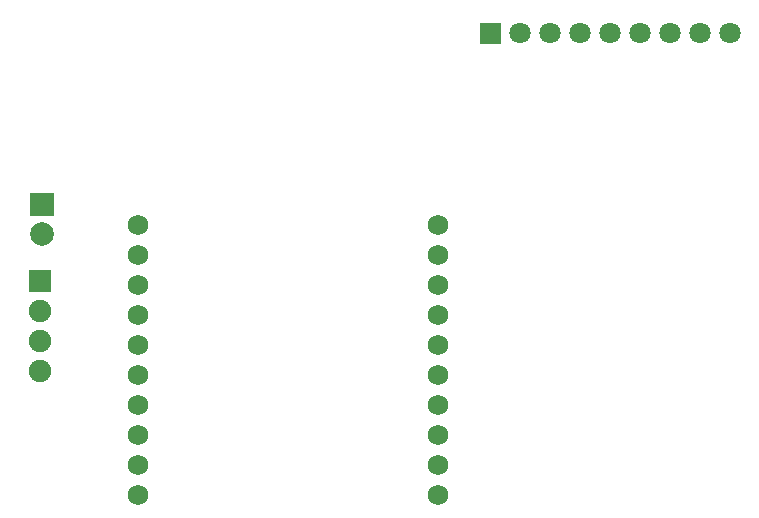
<source format=gbs>
G04 Layer: BottomSolderMaskLayer*
G04 EasyEDA v6.4.25, 2021-10-28T21:51:33--4:00*
G04 88f9fe5a47094e6790728aceff35a815,7db2125e4611476bb2993bf99425ef50,10*
G04 Gerber Generator version 0.2*
G04 Scale: 100 percent, Rotated: No, Reflected: No *
G04 Dimensions in inches *
G04 leading zeros omitted , absolute positions ,3 integer and 6 decimal *
%FSLAX36Y36*%
%MOIN*%

%ADD29C,0.0680*%
%ADD32C,0.0710*%
%ADD35C,0.0749*%
%ADD36C,0.0789*%

%LPD*%
D29*
G01*
X630999Y-4010000D03*
G01*
X630999Y-4110000D03*
G01*
X630999Y-4210000D03*
G01*
X630999Y-4310000D03*
G01*
X630999Y-4410000D03*
G01*
X630999Y-4510000D03*
G01*
X630999Y-4610000D03*
G01*
X630999Y-4710000D03*
G01*
X630999Y-4810000D03*
G01*
X630999Y-4910000D03*
G01*
X1631000Y-4910000D03*
G01*
X1631000Y-4810000D03*
G01*
X1631000Y-4710000D03*
G01*
X1631000Y-4610000D03*
G01*
X1631000Y-4510000D03*
G01*
X1631000Y-4410000D03*
G01*
X1631000Y-4310000D03*
G01*
X1631000Y-4210000D03*
G01*
X1631000Y-4110000D03*
G01*
X1631000Y-4010000D03*
G36*
X1769499Y-3405500D02*
G01*
X1769499Y-3334499D01*
X1840500Y-3334499D01*
X1840500Y-3405500D01*
G37*
D32*
G01*
X1905000Y-3370000D03*
G01*
X2005000Y-3370000D03*
G01*
X2105000Y-3370000D03*
G01*
X2205000Y-3370000D03*
G01*
X2305000Y-3370000D03*
G01*
X2405000Y-3370000D03*
G01*
X2505000Y-3370000D03*
G01*
X2605000Y-3370000D03*
G36*
X267500Y-4232500D02*
G01*
X267500Y-4157500D01*
X342500Y-4157500D01*
X342500Y-4232500D01*
G37*
D35*
G01*
X305000Y-4295000D03*
G01*
X305000Y-4395000D03*
G01*
X305000Y-4495000D03*
D36*
G01*
X310000Y-4040000D03*
G36*
X270599Y-3979400D02*
G01*
X270599Y-3900599D01*
X349400Y-3900599D01*
X349400Y-3979400D01*
G37*
M02*

</source>
